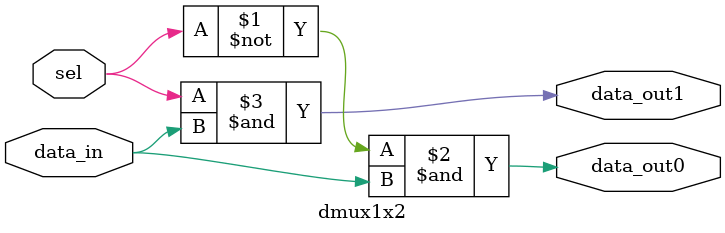
<source format=v>

module dmux1x2 (
input   sel        , // selectie
input   data_in    , // data de intrare 
output  data_out0  , // data de iesire pentru sel=0
output  data_out1    // data de iesire pentru sel=1
);

assign data_out0 = ~sel & data_in;
assign data_out1 =  sel & data_in;

endmodule // dmux1x2

</source>
